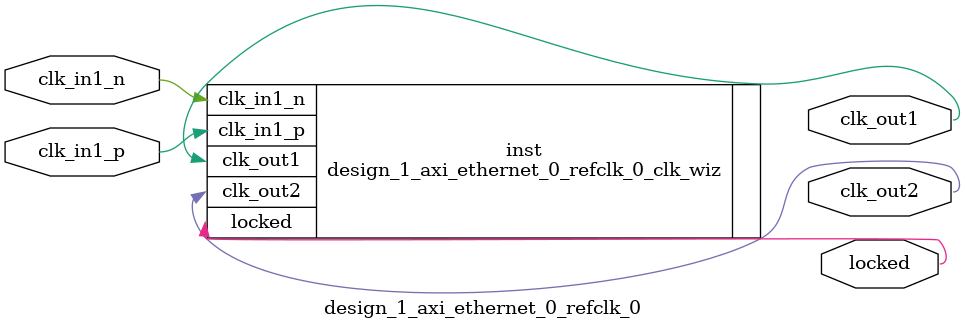
<source format=v>


`timescale 1ps/1ps

(* CORE_GENERATION_INFO = "design_1_axi_ethernet_0_refclk_0,clk_wiz_v6_0_5_0_0,{component_name=design_1_axi_ethernet_0_refclk_0,use_phase_alignment=false,use_min_o_jitter=false,use_max_i_jitter=false,use_dyn_phase_shift=false,use_inclk_switchover=false,use_dyn_reconfig=false,enable_axi=0,feedback_source=FDBK_AUTO,PRIMITIVE=MMCM,num_out_clk=2,clkin1_period=5.000,clkin2_period=10.0,use_power_down=false,use_reset=false,use_locked=true,use_inclk_stopped=false,feedback_type=SINGLE,CLOCK_MGR_TYPE=NA,manual_override=false}" *)

module design_1_axi_ethernet_0_refclk_0 
 (
  // Clock out ports
  output        clk_out1,
  output        clk_out2,
  // Status and control signals
  output        locked,
 // Clock in ports
  input         clk_in1_p,
  input         clk_in1_n
 );

  design_1_axi_ethernet_0_refclk_0_clk_wiz inst
  (
  // Clock out ports  
  .clk_out1(clk_out1),
  .clk_out2(clk_out2),
  // Status and control signals               
  .locked(locked),
 // Clock in ports
  .clk_in1_p(clk_in1_p),
  .clk_in1_n(clk_in1_n)
  );

endmodule

</source>
